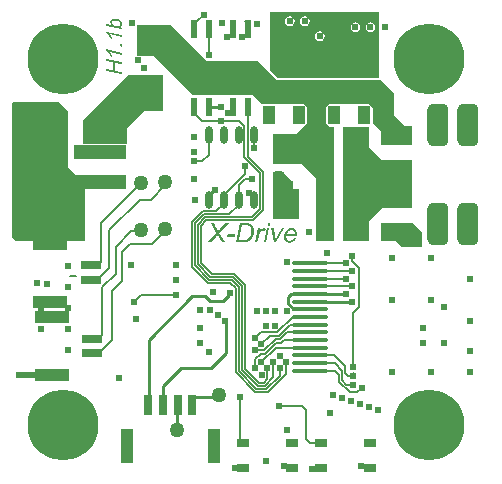
<source format=gtl>
G04*
G04 #@! TF.GenerationSoftware,Altium Limited,Altium Designer,20.0.2 (26)*
G04*
G04 Layer_Physical_Order=1*
G04 Layer_Color=255*
%FSLAX25Y25*%
%MOIN*%
G70*
G01*
G75*
%ADD10C,0.01000*%
%ADD11C,0.00600*%
%ADD15O,0.02362X0.05976*%
%ADD16O,0.02362X0.05976*%
%ADD17R,0.15354X0.07087*%
%ADD18R,0.17717X0.05118*%
%ADD19R,0.11360X0.03920*%
%ADD20R,0.07150X0.03000*%
%ADD21R,0.03920X0.11360*%
%ADD22R,0.03000X0.07150*%
%ADD23O,0.11811X0.01575*%
%ADD24R,0.10000X0.06000*%
%ADD25R,0.06000X0.10000*%
G04:AMPARAMS|DCode=26|XSize=70mil|YSize=140mil|CornerRadius=17.5mil|HoleSize=0mil|Usage=FLASHONLY|Rotation=0.000|XOffset=0mil|YOffset=0mil|HoleType=Round|Shape=RoundedRectangle|*
%AMROUNDEDRECTD26*
21,1,0.07000,0.10500,0,0,0.0*
21,1,0.03500,0.14000,0,0,0.0*
1,1,0.03500,0.01750,-0.05250*
1,1,0.03500,-0.01750,-0.05250*
1,1,0.03500,-0.01750,0.05250*
1,1,0.03500,0.01750,0.05250*
%
%ADD26ROUNDEDRECTD26*%
%ADD27R,0.04134X0.02559*%
%ADD28R,0.08661X0.09843*%
%ADD29R,0.02362X0.05906*%
%ADD47C,0.02400*%
%ADD48C,0.05000*%
%ADD49C,0.23622*%
G36*
X128424Y158124D02*
Y136224D01*
X94624Y136224D01*
X92024Y138824D01*
X92024Y158124D01*
X128424Y158124D01*
D02*
G37*
G36*
X56624Y127218D02*
X52018D01*
X44424Y119624D01*
Y114124D01*
X29924D01*
Y122371D01*
X44676Y137124D01*
X56624Y137124D01*
Y127218D01*
D02*
G37*
G36*
X70947Y142024D02*
X87902D01*
X94402Y135524D01*
X128924D01*
X133324Y131124D01*
Y123898D01*
X136998Y120224D01*
X139324Y120224D01*
Y114024D01*
X129124D01*
Y118624D01*
X127124Y120624D01*
X127124D01*
X126424Y121324D01*
X126424Y126324D01*
X125224Y127524D01*
X111924Y127524D01*
X110824Y126424D01*
X110824Y123224D01*
X110824Y123224D01*
X110824Y121124D01*
X111924Y120024D01*
X113624D01*
X113624Y81824D01*
X107424Y81824D01*
X107424Y102824D01*
X102624Y107624D01*
X93224D01*
Y117624D01*
X100824D01*
X104524Y121324D01*
D01*
X104524Y126324D01*
X103324Y127524D01*
X89224Y127524D01*
X86324Y130424D01*
X66561D01*
X53261Y143724D01*
X47761D01*
Y153724D01*
X59247D01*
X70947Y142024D01*
D02*
G37*
G36*
X99924Y101424D02*
X99924Y98924D01*
X99224Y98224D01*
X93724Y98224D01*
X93024Y98924D01*
X93024Y104424D01*
X93824Y105224D01*
X96124Y105224D01*
X99924Y101424D01*
D02*
G37*
G36*
X125024Y113224D02*
X129424Y108824D01*
X139324Y108824D01*
Y93024D01*
X129624Y93024D01*
X125024Y88424D01*
X125024Y81824D01*
X116324Y81824D01*
X116324Y120024D01*
X118929D01*
X125024Y120024D01*
X125024Y113224D01*
D02*
G37*
G36*
X24724Y125124D02*
Y106412D01*
X27074Y104061D01*
X30224Y100924D01*
X30516Y100631D01*
Y81724D01*
X7324D01*
X6124Y82924D01*
Y127724D01*
X6548Y128148D01*
X21699D01*
X24724Y125124D01*
D02*
G37*
G36*
X142924Y84524D02*
Y80424D01*
X142224Y79724D01*
X136224Y79724D01*
X134224Y81724D01*
Y87752D01*
X139695Y87752D01*
X142924Y84524D01*
D02*
G37*
G36*
X40576Y156000D02*
X40626D01*
X40681Y155994D01*
X40748Y155988D01*
X40887Y155972D01*
X41036Y155944D01*
X41197Y155911D01*
X41353Y155866D01*
X41358D01*
X41369Y155861D01*
X41392Y155850D01*
X41419Y155844D01*
X41453Y155827D01*
X41497Y155811D01*
X41591Y155772D01*
X41697Y155722D01*
X41813Y155666D01*
X41924Y155600D01*
X42035Y155528D01*
X42041D01*
X42046Y155517D01*
X42080Y155494D01*
X42130Y155456D01*
X42196Y155400D01*
X42263Y155339D01*
X42341Y155267D01*
X42413Y155189D01*
X42479Y155112D01*
X42485Y155100D01*
X42507Y155073D01*
X42535Y155034D01*
X42574Y154973D01*
X42613Y154906D01*
X42652Y154834D01*
X42690Y154751D01*
X42724Y154667D01*
X42729Y154656D01*
X42735Y154629D01*
X42751Y154584D01*
X42763Y154529D01*
X42779Y154462D01*
X42796Y154390D01*
X42801Y154312D01*
X42807Y154235D01*
Y154201D01*
X42801Y154174D01*
Y154146D01*
X42796Y154107D01*
X42785Y154024D01*
X42763Y153924D01*
X42729Y153818D01*
X42679Y153707D01*
X42618Y153602D01*
Y153596D01*
X42607Y153591D01*
X42579Y153558D01*
X42535Y153507D01*
X42474Y153446D01*
X42391Y153380D01*
X42285Y153308D01*
X42169Y153241D01*
X42030Y153180D01*
X42724Y153030D01*
Y152475D01*
X37601Y153546D01*
Y154174D01*
X39432Y153791D01*
X39427Y153796D01*
X39421Y153802D01*
X39405Y153818D01*
X39388Y153840D01*
X39338Y153896D01*
X39283Y153968D01*
X39216Y154051D01*
X39155Y154140D01*
X39094Y154235D01*
X39044Y154323D01*
Y154329D01*
X39038Y154334D01*
X39027Y154362D01*
X39005Y154412D01*
X38983Y154473D01*
X38966Y154551D01*
X38944Y154634D01*
X38933Y154723D01*
X38927Y154817D01*
Y154867D01*
X38933Y154901D01*
X38939Y154945D01*
X38950Y154995D01*
X38961Y155056D01*
X38977Y155117D01*
X38994Y155178D01*
X39022Y155250D01*
X39055Y155322D01*
X39088Y155389D01*
X39138Y155461D01*
X39188Y155533D01*
X39249Y155600D01*
X39316Y155666D01*
X39322Y155672D01*
X39333Y155683D01*
X39355Y155700D01*
X39388Y155722D01*
X39427Y155744D01*
X39477Y155772D01*
X39538Y155805D01*
X39604Y155839D01*
X39677Y155866D01*
X39766Y155900D01*
X39854Y155927D01*
X39960Y155955D01*
X40065Y155972D01*
X40187Y155988D01*
X40315Y156000D01*
X40448Y156005D01*
X40454D01*
X40470D01*
X40498D01*
X40531D01*
X40576Y156000D01*
D02*
G37*
G36*
X42724Y150605D02*
Y149978D01*
X38861Y150788D01*
X38866Y150783D01*
X38877Y150766D01*
X38900Y150733D01*
X38927Y150694D01*
X38961Y150638D01*
X39005Y150572D01*
X39050Y150494D01*
X39094Y150405D01*
X39149Y150305D01*
X39199Y150194D01*
X39255Y150072D01*
X39310Y149944D01*
X39366Y149800D01*
X39416Y149650D01*
X39466Y149484D01*
X39516Y149312D01*
X38944Y149428D01*
Y149434D01*
X38933Y149451D01*
X38927Y149473D01*
X38911Y149512D01*
X38894Y149550D01*
X38872Y149600D01*
X38844Y149661D01*
X38816Y149722D01*
X38744Y149861D01*
X38661Y150022D01*
X38567Y150189D01*
X38456Y150361D01*
X38450Y150366D01*
X38445Y150383D01*
X38428Y150405D01*
X38406Y150438D01*
X38378Y150477D01*
X38345Y150516D01*
X38273Y150621D01*
X38189Y150733D01*
X38100Y150844D01*
X38012Y150954D01*
X37923Y151049D01*
X37917Y151054D01*
X37895Y151071D01*
X37867Y151099D01*
X37828Y151132D01*
X37779Y151171D01*
X37723Y151215D01*
X37657Y151265D01*
X37584Y151310D01*
Y151676D01*
X42724Y150605D01*
D02*
G37*
G36*
Y147386D02*
Y146670D01*
X42008Y146825D01*
Y147541D01*
X42724Y147386D01*
D02*
G37*
G36*
Y144639D02*
Y144011D01*
X38861Y144822D01*
X38866Y144816D01*
X38877Y144800D01*
X38900Y144766D01*
X38927Y144727D01*
X38961Y144672D01*
X39005Y144605D01*
X39050Y144528D01*
X39094Y144439D01*
X39149Y144339D01*
X39199Y144228D01*
X39255Y144106D01*
X39310Y143978D01*
X39366Y143834D01*
X39416Y143684D01*
X39466Y143517D01*
X39516Y143345D01*
X38944Y143462D01*
Y143468D01*
X38933Y143484D01*
X38927Y143506D01*
X38911Y143545D01*
X38894Y143584D01*
X38872Y143634D01*
X38844Y143695D01*
X38816Y143756D01*
X38744Y143895D01*
X38661Y144056D01*
X38567Y144222D01*
X38456Y144394D01*
X38450Y144400D01*
X38445Y144417D01*
X38428Y144439D01*
X38406Y144472D01*
X38378Y144511D01*
X38345Y144550D01*
X38273Y144655D01*
X38189Y144766D01*
X38100Y144877D01*
X38012Y144988D01*
X37923Y145083D01*
X37917Y145088D01*
X37895Y145105D01*
X37867Y145133D01*
X37828Y145166D01*
X37779Y145205D01*
X37723Y145249D01*
X37657Y145299D01*
X37584Y145343D01*
Y145710D01*
X42724Y144639D01*
D02*
G37*
G36*
Y141458D02*
Y140781D01*
X40309Y141281D01*
Y138606D01*
X42724Y138101D01*
Y137424D01*
X37601Y138495D01*
Y139172D01*
X39732Y138728D01*
Y141403D01*
X37601Y141852D01*
Y142530D01*
X42724Y141458D01*
D02*
G37*
G36*
X92113Y86934D02*
X91329D01*
X91516Y87829D01*
X92300D01*
X92113Y86934D01*
D02*
G37*
G36*
X75283Y84526D02*
X77046Y81424D01*
X76116D01*
X75075Y83297D01*
X75068Y83311D01*
X75048Y83346D01*
X75020Y83408D01*
X74978Y83492D01*
X74930Y83596D01*
X74867Y83714D01*
X74805Y83853D01*
X74728Y84005D01*
Y83998D01*
X74714Y83991D01*
X74687Y83950D01*
X74631Y83880D01*
X74562Y83797D01*
X74479Y83693D01*
X74381Y83575D01*
X74270Y83450D01*
X74145Y83318D01*
X72362Y81424D01*
X71231D01*
X74277Y84665D01*
X72473Y87829D01*
X73417D01*
X74236Y86372D01*
X74243Y86365D01*
X74250Y86344D01*
X74263Y86316D01*
X74291Y86282D01*
X74312Y86240D01*
X74340Y86185D01*
X74409Y86073D01*
X74471Y85962D01*
X74534Y85851D01*
X74562Y85803D01*
X74583Y85761D01*
X74603Y85726D01*
X74617Y85706D01*
X74624Y85699D01*
X74638Y85671D01*
X74659Y85622D01*
X74687Y85567D01*
X74721Y85491D01*
X74763Y85407D01*
X74805Y85310D01*
X74853Y85206D01*
X74860Y85213D01*
X74867Y85227D01*
X74888Y85248D01*
X74916Y85282D01*
X74950Y85331D01*
X74992Y85379D01*
X75041Y85442D01*
X75103Y85511D01*
X75165Y85588D01*
X75242Y85671D01*
X75325Y85768D01*
X75415Y85865D01*
X75512Y85976D01*
X75624Y86094D01*
X75735Y86212D01*
X75859Y86344D01*
X77254Y87829D01*
X78386D01*
X75283Y84526D01*
D02*
G37*
G36*
X90191Y86164D02*
X90260Y86150D01*
X90343Y86129D01*
X90447Y86094D01*
X90558Y86053D01*
X90683Y85997D01*
X90357Y85261D01*
X90350Y85268D01*
X90323Y85282D01*
X90281Y85310D01*
X90225Y85338D01*
X90163Y85365D01*
X90087Y85393D01*
X90003Y85407D01*
X89913Y85414D01*
X89871D01*
X89844Y85407D01*
X89802Y85400D01*
X89760Y85386D01*
X89649Y85359D01*
X89517Y85303D01*
X89448Y85261D01*
X89372Y85220D01*
X89295Y85164D01*
X89219Y85102D01*
X89136Y85032D01*
X89052Y84949D01*
X89046Y84942D01*
X89032Y84928D01*
X89011Y84901D01*
X88983Y84859D01*
X88941Y84803D01*
X88900Y84741D01*
X88851Y84658D01*
X88803Y84567D01*
X88747Y84456D01*
X88692Y84338D01*
X88636Y84200D01*
X88574Y84047D01*
X88518Y83880D01*
X88463Y83693D01*
X88407Y83492D01*
X88358Y83277D01*
X87970Y81424D01*
X87220D01*
X88192Y86067D01*
X88900D01*
X88699Y85116D01*
X88705Y85123D01*
X88712Y85136D01*
X88733Y85164D01*
X88761Y85206D01*
X88796Y85248D01*
X88830Y85296D01*
X88921Y85414D01*
X89032Y85546D01*
X89150Y85678D01*
X89275Y85803D01*
X89399Y85907D01*
X89406D01*
X89413Y85921D01*
X89434Y85935D01*
X89462Y85948D01*
X89531Y85990D01*
X89615Y86039D01*
X89726Y86087D01*
X89844Y86129D01*
X89969Y86157D01*
X90100Y86171D01*
X90142D01*
X90191Y86164D01*
D02*
G37*
G36*
X80308Y83346D02*
X77893D01*
X78060Y84137D01*
X80468D01*
X80308Y83346D01*
D02*
G37*
G36*
X94223Y81424D02*
X93341D01*
X92585Y86067D01*
X93348D01*
X93751Y83513D01*
Y83506D01*
Y83492D01*
X93758Y83471D01*
X93765Y83429D01*
X93772Y83388D01*
X93779Y83332D01*
X93786Y83263D01*
X93799Y83186D01*
X93806Y83096D01*
X93820Y82992D01*
X93834Y82881D01*
X93848Y82756D01*
X93869Y82624D01*
X93883Y82478D01*
X93897Y82319D01*
X93917Y82145D01*
Y82152D01*
X93931Y82166D01*
X93938Y82194D01*
X93959Y82236D01*
X93980Y82277D01*
X94008Y82333D01*
X94035Y82402D01*
X94070Y82472D01*
X94112Y82555D01*
X94153Y82638D01*
X94257Y82832D01*
X94368Y83048D01*
X94493Y83277D01*
X96048Y86067D01*
X96881D01*
X94223Y81424D01*
D02*
G37*
G36*
X90961D02*
X90177D01*
X91141Y86067D01*
X91933D01*
X90961Y81424D01*
D02*
G37*
G36*
X84354Y87822D02*
X84430D01*
X84514Y87815D01*
X84680Y87801D01*
X84861Y87788D01*
X85027Y87760D01*
X85111Y87746D01*
X85180Y87725D01*
X85187D01*
X85201Y87718D01*
X85229Y87711D01*
X85270Y87697D01*
X85312Y87683D01*
X85367Y87663D01*
X85485Y87614D01*
X85624Y87552D01*
X85777Y87461D01*
X85922Y87364D01*
X86068Y87239D01*
X86075Y87232D01*
X86082Y87226D01*
X86103Y87205D01*
X86131Y87177D01*
X86159Y87142D01*
X86200Y87100D01*
X86277Y87003D01*
X86374Y86879D01*
X86464Y86726D01*
X86554Y86559D01*
X86630Y86372D01*
Y86365D01*
X86637Y86351D01*
X86651Y86323D01*
X86658Y86282D01*
X86679Y86233D01*
X86693Y86177D01*
X86707Y86108D01*
X86728Y86032D01*
X86748Y85948D01*
X86762Y85858D01*
X86797Y85664D01*
X86818Y85442D01*
X86825Y85206D01*
Y85199D01*
Y85171D01*
Y85130D01*
Y85074D01*
X86818Y85005D01*
X86811Y84928D01*
X86804Y84838D01*
X86797Y84741D01*
X86783Y84637D01*
X86769Y84526D01*
X86728Y84290D01*
X86665Y84040D01*
X86589Y83797D01*
Y83790D01*
X86575Y83769D01*
X86568Y83735D01*
X86547Y83693D01*
X86519Y83637D01*
X86492Y83575D01*
X86464Y83499D01*
X86422Y83422D01*
X86332Y83249D01*
X86228Y83061D01*
X86110Y82867D01*
X85971Y82680D01*
X85964Y82673D01*
X85957Y82659D01*
X85936Y82631D01*
X85909Y82603D01*
X85874Y82562D01*
X85832Y82513D01*
X85735Y82409D01*
X85610Y82284D01*
X85478Y82159D01*
X85333Y82034D01*
X85180Y81923D01*
X85173D01*
X85159Y81909D01*
X85138Y81896D01*
X85111Y81882D01*
X85069Y81854D01*
X85020Y81833D01*
X84965Y81805D01*
X84902Y81771D01*
X84764Y81708D01*
X84597Y81639D01*
X84410Y81576D01*
X84208Y81521D01*
X84201D01*
X84188Y81514D01*
X84167D01*
X84132Y81507D01*
X84090Y81500D01*
X84042Y81493D01*
X83979Y81479D01*
X83917Y81472D01*
X83841Y81465D01*
X83764Y81451D01*
X83584Y81437D01*
X83376Y81431D01*
X83153Y81424D01*
X80849D01*
X82182Y87829D01*
X84292D01*
X84354Y87822D01*
D02*
G37*
G36*
X99428Y86164D02*
X99497Y86157D01*
X99581Y86143D01*
X99671Y86129D01*
X99768Y86108D01*
X99872Y86080D01*
X99983Y86046D01*
X100094Y86004D01*
X100205Y85948D01*
X100316Y85893D01*
X100420Y85824D01*
X100524Y85740D01*
X100621Y85650D01*
X100628Y85643D01*
X100642Y85629D01*
X100670Y85595D01*
X100698Y85553D01*
X100739Y85504D01*
X100781Y85442D01*
X100823Y85365D01*
X100871Y85282D01*
X100920Y85185D01*
X100961Y85081D01*
X101003Y84963D01*
X101045Y84838D01*
X101073Y84706D01*
X101100Y84561D01*
X101114Y84408D01*
X101121Y84241D01*
Y84234D01*
Y84227D01*
Y84207D01*
Y84186D01*
Y84116D01*
X101114Y84026D01*
X101107Y83922D01*
X101093Y83804D01*
X101079Y83679D01*
X101059Y83547D01*
X97637Y83547D01*
Y83540D01*
Y83526D01*
X97630Y83499D01*
Y83464D01*
X97623Y83381D01*
X97616Y83297D01*
Y83290D01*
Y83270D01*
Y83235D01*
X97623Y83193D01*
Y83138D01*
X97630Y83075D01*
X97651Y82930D01*
X97693Y82770D01*
X97741Y82603D01*
X97818Y82444D01*
X97859Y82374D01*
X97915Y82305D01*
X97922Y82298D01*
X97929Y82291D01*
X97970Y82249D01*
X98033Y82201D01*
X98116Y82138D01*
X98227Y82076D01*
X98352Y82020D01*
X98491Y81979D01*
X98567Y81972D01*
X98650Y81965D01*
X98692D01*
X98720Y81972D01*
X98755D01*
X98796Y81979D01*
X98900Y82000D01*
X99025Y82027D01*
X99157Y82076D01*
X99303Y82138D01*
X99449Y82222D01*
X99455D01*
X99469Y82236D01*
X99490Y82249D01*
X99511Y82270D01*
X99587Y82333D01*
X99678Y82416D01*
X99775Y82527D01*
X99879Y82652D01*
X99976Y82812D01*
X100066Y82985D01*
X100837Y82916D01*
Y82909D01*
X100830Y82888D01*
X100816Y82860D01*
X100802Y82819D01*
X100781Y82770D01*
X100753Y82708D01*
X100719Y82638D01*
X100677Y82562D01*
X100628Y82486D01*
X100573Y82395D01*
X100510Y82305D01*
X100441Y82215D01*
X100365Y82118D01*
X100275Y82020D01*
X100177Y81923D01*
X100066Y81826D01*
X100059Y81819D01*
X100039Y81805D01*
X100004Y81778D01*
X99962Y81750D01*
X99900Y81708D01*
X99837Y81666D01*
X99754Y81618D01*
X99664Y81576D01*
X99567Y81528D01*
X99455Y81479D01*
X99338Y81437D01*
X99213Y81396D01*
X99081Y81368D01*
X98942Y81340D01*
X98796Y81327D01*
X98644Y81319D01*
X98595D01*
X98553Y81327D01*
X98512D01*
X98456Y81333D01*
X98331Y81347D01*
X98185Y81375D01*
X98026Y81417D01*
X97859Y81479D01*
X97693Y81555D01*
X97686D01*
X97672Y81569D01*
X97651Y81583D01*
X97623Y81597D01*
X97547Y81653D01*
X97450Y81729D01*
X97346Y81826D01*
X97235Y81944D01*
X97131Y82083D01*
X97040Y82243D01*
Y82249D01*
X97034Y82263D01*
X97020Y82291D01*
X97006Y82326D01*
X96992Y82367D01*
X96971Y82416D01*
X96950Y82478D01*
X96929Y82548D01*
X96888Y82701D01*
X96853Y82874D01*
X96825Y83068D01*
X96818Y83284D01*
Y83290D01*
Y83318D01*
Y83360D01*
X96825Y83415D01*
X96832Y83478D01*
X96839Y83561D01*
X96846Y83651D01*
X96860Y83749D01*
X96881Y83860D01*
X96902Y83978D01*
X96964Y84220D01*
X97006Y84352D01*
X97054Y84484D01*
X97103Y84623D01*
X97165Y84755D01*
X97172Y84762D01*
X97179Y84790D01*
X97200Y84824D01*
X97228Y84873D01*
X97263Y84928D01*
X97304Y84998D01*
X97360Y85074D01*
X97415Y85157D01*
X97547Y85331D01*
X97700Y85504D01*
X97880Y85671D01*
X97977Y85747D01*
X98081Y85817D01*
X98088Y85824D01*
X98109Y85830D01*
X98137Y85851D01*
X98179Y85872D01*
X98234Y85900D01*
X98297Y85928D01*
X98366Y85962D01*
X98442Y85997D01*
X98532Y86025D01*
X98623Y86059D01*
X98831Y86115D01*
X99053Y86157D01*
X99171Y86164D01*
X99289Y86171D01*
X99372D01*
X99428Y86164D01*
D02*
G37*
%LPC*%
G36*
X103724Y156755D02*
X103099Y156631D01*
X102570Y156277D01*
X102216Y155748D01*
X102092Y155124D01*
X102216Y154499D01*
X102570Y153970D01*
X103099Y153616D01*
X103724Y153492D01*
X104348Y153616D01*
X104877Y153970D01*
X105231Y154499D01*
X105355Y155124D01*
X105231Y155748D01*
X104877Y156277D01*
X104348Y156631D01*
X103724Y156755D01*
D02*
G37*
G36*
X98724D02*
X98099Y156631D01*
X97570Y156277D01*
X97216Y155748D01*
X97092Y155124D01*
X97216Y154499D01*
X97570Y153970D01*
X98099Y153616D01*
X98724Y153492D01*
X99348Y153616D01*
X99877Y153970D01*
X100231Y154499D01*
X100355Y155124D01*
X100231Y155748D01*
X99877Y156277D01*
X99348Y156631D01*
X98724Y156755D01*
D02*
G37*
G36*
X125624Y154755D02*
X124999Y154631D01*
X124470Y154277D01*
X124117Y153748D01*
X123992Y153124D01*
X124117Y152499D01*
X124470Y151970D01*
X124999Y151617D01*
X125624Y151492D01*
X126248Y151617D01*
X126777Y151970D01*
X127131Y152499D01*
X127255Y153124D01*
X127131Y153748D01*
X126777Y154277D01*
X126248Y154631D01*
X125624Y154755D01*
D02*
G37*
G36*
X120624D02*
X119999Y154631D01*
X119470Y154277D01*
X119116Y153748D01*
X118992Y153124D01*
X119116Y152499D01*
X119470Y151970D01*
X119999Y151617D01*
X120624Y151492D01*
X121248Y151617D01*
X121777Y151970D01*
X122131Y152499D01*
X122255Y153124D01*
X122131Y153748D01*
X121777Y154277D01*
X121248Y154631D01*
X120624Y154755D01*
D02*
G37*
G36*
X108724Y151755D02*
X108099Y151631D01*
X107570Y151277D01*
X107217Y150748D01*
X107092Y150124D01*
X107217Y149499D01*
X107570Y148970D01*
X108099Y148617D01*
X108724Y148492D01*
X109348Y148617D01*
X109877Y148970D01*
X110231Y149499D01*
X110355Y150124D01*
X110231Y150748D01*
X109877Y151277D01*
X109348Y151631D01*
X108724Y151755D01*
D02*
G37*
G36*
X40426Y155378D02*
X40420D01*
X40404D01*
X40382D01*
X40348Y155372D01*
X40309D01*
X40265Y155367D01*
X40159Y155350D01*
X40043Y155322D01*
X39921Y155283D01*
X39804Y155228D01*
X39699Y155156D01*
X39693D01*
X39688Y155145D01*
X39660Y155117D01*
X39616Y155073D01*
X39566Y155006D01*
X39521Y154928D01*
X39477Y154840D01*
X39449Y154734D01*
X39438Y154679D01*
Y154584D01*
X39444Y154562D01*
X39449Y154501D01*
X39471Y154418D01*
X39505Y154323D01*
X39549Y154224D01*
X39616Y154118D01*
X39660Y154062D01*
X39704Y154013D01*
X39710Y154007D01*
X39715Y154001D01*
X39732Y153985D01*
X39754Y153968D01*
X39782Y153940D01*
X39815Y153913D01*
X39860Y153885D01*
X39904Y153852D01*
X39960Y153813D01*
X40021Y153779D01*
X40087Y153741D01*
X40159Y153702D01*
X40243Y153663D01*
X40326Y153624D01*
X40420Y153585D01*
X40520Y153552D01*
X40526D01*
X40537Y153546D01*
X40559Y153541D01*
X40587Y153530D01*
X40626Y153519D01*
X40665Y153502D01*
X40759Y153480D01*
X40870Y153452D01*
X40981Y153424D01*
X41098Y153408D01*
X41208Y153402D01*
X41325Y153396D01*
X41331D01*
X41347D01*
X41369D01*
X41403Y153402D01*
X41442D01*
X41486Y153408D01*
X41591Y153424D01*
X41708Y153452D01*
X41830Y153491D01*
X41947Y153546D01*
X42046Y153619D01*
X42058Y153630D01*
X42085Y153657D01*
X42124Y153707D01*
X42169Y153768D01*
X42213Y153852D01*
X42252Y153946D01*
X42280Y154051D01*
X42285Y154107D01*
X42291Y154168D01*
Y154201D01*
X42285Y154224D01*
X42280Y154285D01*
X42263Y154362D01*
X42235Y154451D01*
X42196Y154551D01*
X42141Y154656D01*
X42063Y154756D01*
X42058Y154762D01*
X42052Y154767D01*
X42041Y154784D01*
X42019Y154801D01*
X41997Y154823D01*
X41963Y154851D01*
X41924Y154884D01*
X41886Y154912D01*
X41836Y154950D01*
X41786Y154984D01*
X41725Y155023D01*
X41658Y155056D01*
X41586Y155095D01*
X41508Y155134D01*
X41425Y155167D01*
X41336Y155200D01*
X41331D01*
X41314Y155206D01*
X41286Y155217D01*
X41253Y155228D01*
X41208Y155239D01*
X41159Y155256D01*
X41098Y155272D01*
X41036Y155289D01*
X40898Y155322D01*
X40742Y155350D01*
X40587Y155372D01*
X40426Y155378D01*
D02*
G37*
G36*
X84139Y87107D02*
X82883D01*
X81849Y82145D01*
X82980D01*
X83035Y82152D01*
X83105D01*
X83188Y82159D01*
X83271D01*
X83466Y82173D01*
X83667Y82201D01*
X83875Y82229D01*
X84083Y82270D01*
X84090D01*
X84097Y82277D01*
X84139Y82284D01*
X84201Y82305D01*
X84278Y82326D01*
X84368Y82361D01*
X84465Y82402D01*
X84562Y82444D01*
X84659Y82499D01*
X84666D01*
X84673Y82506D01*
X84708Y82534D01*
X84771Y82576D01*
X84847Y82638D01*
X84930Y82714D01*
X85027Y82798D01*
X85124Y82902D01*
X85222Y83020D01*
X85229Y83027D01*
X85236Y83041D01*
X85256Y83061D01*
X85277Y83096D01*
X85305Y83138D01*
X85340Y83186D01*
X85374Y83242D01*
X85416Y83304D01*
X85499Y83450D01*
X85589Y83617D01*
X85673Y83797D01*
X85756Y83998D01*
Y84005D01*
X85763Y84026D01*
X85777Y84054D01*
X85791Y84096D01*
X85805Y84144D01*
X85818Y84207D01*
X85839Y84283D01*
X85860Y84359D01*
X85874Y84449D01*
X85895Y84547D01*
X85909Y84651D01*
X85930Y84755D01*
X85950Y84991D01*
X85957Y85248D01*
Y85255D01*
Y85282D01*
Y85324D01*
X85950Y85379D01*
Y85442D01*
X85943Y85518D01*
X85936Y85602D01*
X85922Y85692D01*
X85888Y85886D01*
X85839Y86087D01*
X85770Y86275D01*
X85728Y86365D01*
X85680Y86448D01*
Y86455D01*
X85666Y86469D01*
X85652Y86490D01*
X85631Y86518D01*
X85575Y86587D01*
X85492Y86677D01*
X85395Y86767D01*
X85277Y86858D01*
X85145Y86941D01*
X84993Y87003D01*
X84979Y87010D01*
X84958D01*
X84937Y87017D01*
X84902Y87031D01*
X84861Y87038D01*
X84812Y87045D01*
X84757Y87059D01*
X84687Y87066D01*
X84618Y87073D01*
X84541Y87087D01*
X84451Y87094D01*
X84354Y87100D01*
X84250D01*
X84139Y87107D01*
D02*
G37*
G36*
X99393Y85560D02*
X99261D01*
X99226Y85553D01*
X99178Y85546D01*
X99129Y85539D01*
X99004Y85518D01*
X98859Y85477D01*
X98706Y85414D01*
X98623Y85373D01*
X98540Y85324D01*
X98463Y85268D01*
X98380Y85206D01*
X98373Y85199D01*
X98359Y85192D01*
X98338Y85171D01*
X98310Y85136D01*
X98276Y85102D01*
X98241Y85060D01*
X98193Y85005D01*
X98144Y84942D01*
X98095Y84873D01*
X98047Y84797D01*
X97998Y84706D01*
X97943Y84609D01*
X97894Y84512D01*
X97846Y84401D01*
X97804Y84276D01*
X97762Y84151D01*
X100372Y84151D01*
Y84158D01*
Y84172D01*
X100379Y84220D01*
Y84276D01*
Y84325D01*
Y84332D01*
Y84352D01*
Y84380D01*
X100372Y84422D01*
Y84470D01*
X100365Y84533D01*
X100344Y84665D01*
X100309Y84810D01*
X100254Y84963D01*
X100177Y85109D01*
X100136Y85178D01*
X100080Y85241D01*
Y85248D01*
X100066Y85255D01*
X100025Y85289D01*
X99962Y85345D01*
X99872Y85400D01*
X99761Y85456D01*
X99629Y85511D01*
X99476Y85546D01*
X99393Y85560D01*
D02*
G37*
%LPD*%
D10*
X105424Y64077D02*
X108314D01*
X105424Y59123D02*
X108370D01*
X66284Y29733D02*
X73956D01*
X61105Y20005D02*
Y26577D01*
X51692Y27055D02*
Y49036D01*
X66219Y63563D01*
X70377D01*
X72148Y61792D01*
X76554D01*
X78620Y63858D01*
Y64271D01*
X56624Y28324D02*
Y33479D01*
X62614Y39470D01*
X72353D01*
X77355Y44472D01*
Y55424D01*
X98024Y61192D02*
X99859Y59357D01*
X98024Y63224D02*
X98987Y64187D01*
X98024Y61192D02*
Y63224D01*
X99863Y59357D02*
X100150Y59069D01*
X105424D01*
X99859Y59357D02*
X99863D01*
X98987Y64187D02*
X105424D01*
X90692Y8424D02*
Y8424D01*
X71724Y126394D02*
X75724D01*
X108424Y61628D02*
X119424D01*
X71724Y97190D02*
X73470Y98936D01*
X71724Y95636D02*
Y97190D01*
X73470Y98936D02*
X73723D01*
X108370Y59123D02*
X108424Y59069D01*
X108314Y64077D02*
X108424Y64187D01*
X117424D01*
X66724Y152453D02*
Y153951D01*
D11*
X57024Y85188D02*
Y85724D01*
X52759Y80924D02*
X57024Y85188D01*
X42724Y78136D02*
X45511Y80924D01*
X52759D01*
X42724Y68539D02*
Y78136D01*
X39424Y65239D02*
X42724Y68539D01*
X39424Y48819D02*
Y65239D01*
X32970Y44440D02*
X35045D01*
X39424Y48819D01*
X48851Y85113D02*
X49287Y85548D01*
X45887Y85113D02*
X48851D01*
X40669Y79895D02*
X45887Y85113D01*
X32970Y49360D02*
X35045D01*
X36245Y50560D01*
Y66493D01*
X40669Y70916D01*
Y79895D01*
X48742Y95674D02*
X52385D01*
X57124Y100413D02*
Y101604D01*
X52385Y95674D02*
X57124Y100413D01*
X38524Y85455D02*
X48742Y95674D01*
X32491Y68804D02*
X34566D01*
X38524Y72761D01*
Y85455D01*
X32491Y73724D02*
X34566D01*
X35766Y74924D01*
Y87783D01*
X49297Y101313D01*
X94024Y47824D02*
X95755D01*
X96765Y48833D02*
X108424D01*
X95755Y47824D02*
X96765Y48833D01*
X97692Y51392D02*
X108424D01*
X94017Y49288D02*
X95588D01*
X97692Y51392D01*
X95124Y50324D02*
X98751Y53951D01*
X92163Y50324D02*
X95124D01*
X98751Y53951D02*
X108424D01*
X89263Y51392D02*
X94624D01*
X99742Y56510D02*
X108424D01*
X94624Y51392D02*
X99742Y56510D01*
X87160Y31644D02*
X91352D01*
X97325Y37617D02*
Y41579D01*
X91352Y31644D02*
X97325Y37617D01*
X95323Y37029D02*
Y39622D01*
X90938Y32644D02*
X95323Y37029D01*
X87574Y32644D02*
X90938D01*
X87988Y33644D02*
X90524D01*
X88403Y34644D02*
X90109D01*
X91279Y35813D02*
Y39565D01*
X90109Y34644D02*
X91279Y35813D01*
X93278Y36399D02*
Y41534D01*
X90524Y33644D02*
X93278Y36399D01*
X90524Y44324D02*
X94024Y47824D01*
X94019Y46274D02*
X108424D01*
X89279Y41534D02*
X94019Y46274D01*
X89124Y44324D02*
X90524D01*
X87279Y45471D02*
X90200D01*
X94017Y49288D01*
X89279Y47439D02*
X92163Y50324D01*
X87279Y49408D02*
X89263Y51392D01*
X25356Y70306D02*
X27356D01*
X119724Y39924D02*
Y57924D01*
X121692Y59892D01*
X117124Y37832D02*
Y40224D01*
X119685Y36963D02*
X119724Y36924D01*
X117993Y36963D02*
X119685D01*
X117124Y37832D02*
X117993Y36963D01*
X119879Y37768D02*
X120224Y37424D01*
X113648Y41156D02*
X116124Y38680D01*
Y35438D02*
Y38680D01*
X113632Y43715D02*
X117124Y40224D01*
X108424Y43715D02*
X113632D01*
X115124Y35024D02*
Y37121D01*
Y35024D02*
X118762Y31386D01*
X121186D01*
X119709Y33938D02*
X119724Y33924D01*
X117624Y33938D02*
X119709D01*
X116124Y35438D02*
X117624Y33938D01*
X113648Y38597D02*
X115124Y37121D01*
X108424Y38597D02*
X113648D01*
X108424Y41156D02*
X113648D01*
X121186Y31386D02*
X122724Y32924D01*
X119424Y75124D02*
Y76983D01*
X83605Y109728D02*
Y120156D01*
X75924Y121994D02*
X81767D01*
X83605Y120156D01*
X70924Y88824D02*
X86624D01*
X68024Y74134D02*
Y87338D01*
X66024Y88166D02*
X69681Y91824D01*
X68024Y87338D02*
X70509Y89824D01*
X67024Y87752D02*
X70095Y90824D01*
X69024Y86924D02*
X70924Y88824D01*
X69024Y74548D02*
Y86924D01*
X70095Y90824D02*
X78524D01*
X69681Y91824D02*
X74241D01*
X67024Y73720D02*
Y87752D01*
X70509Y89824D02*
X86187D01*
X66024Y73305D02*
Y88166D01*
X69024Y74548D02*
X72648Y70924D01*
X67024Y73720D02*
X71820Y68924D01*
X66024Y73305D02*
X71406Y67924D01*
X68024Y74134D02*
X72234Y69924D01*
X86724Y117211D02*
X86724Y117211D01*
Y112724D02*
Y117211D01*
X86724Y112724D02*
X86724Y112724D01*
X84724Y110024D02*
X89924Y104824D01*
X84724Y110024D02*
Y126394D01*
X89924Y92124D02*
Y104824D01*
X88924Y92560D02*
Y104409D01*
X83605Y109728D02*
X88924Y104409D01*
X83692Y104302D02*
Y106924D01*
X86624Y88824D02*
X89924Y92124D01*
X81724Y94024D02*
Y100424D01*
X83724Y102424D02*
X86015D01*
X81724Y100424D02*
X83724Y102424D01*
X76724Y97334D02*
X83692Y104302D01*
X76724Y94306D02*
Y97334D01*
X86187Y89824D02*
X88924Y92560D01*
X78524Y90824D02*
X81724Y94024D01*
X74241Y91824D02*
X76724Y94306D01*
X71406Y67924D02*
X78924D01*
X72234Y69924D02*
X79752D01*
X71820Y68924D02*
X79338D01*
X72648Y70924D02*
X80166D01*
X83724Y39323D02*
X88403Y34644D01*
X82724Y38909D02*
X87988Y33644D01*
X80724Y38080D02*
Y66124D01*
Y38080D02*
X87160Y31644D01*
X81724Y38495D02*
Y66538D01*
X82724Y38909D02*
Y66952D01*
X81724Y38495D02*
X87574Y32644D01*
X83724Y39323D02*
Y67366D01*
X121692Y59892D02*
Y72855D01*
X46724Y61424D02*
X49224Y63924D01*
X60641D01*
X86015Y102424D02*
X86104Y102512D01*
X95224Y26924D02*
X102700D01*
X71724Y143924D02*
Y152453D01*
X119424Y75124D02*
X121692Y72855D01*
X80166Y70924D02*
X83724Y67366D01*
X78924Y67924D02*
X80724Y66124D01*
X79338Y68924D02*
X81724Y66538D01*
X79752Y69924D02*
X82724Y66952D01*
X66724Y108424D02*
X69624D01*
X71724Y110524D02*
Y117211D01*
X69624Y108424D02*
X71724Y110524D01*
X105491Y14656D02*
X109055D01*
X104224Y15924D02*
Y25400D01*
Y15924D02*
X105491Y14656D01*
X102700Y26924D02*
X104224Y25400D01*
X82279Y15432D02*
Y29924D01*
Y15432D02*
X83055Y14656D01*
X69352Y121994D02*
X75924D01*
X66724Y153951D02*
Y154225D01*
X67605Y155106D01*
X67879D02*
X70124Y157351D01*
X67605Y155106D02*
X67879D01*
X87279Y39565D02*
Y42479D01*
X89124Y44324D01*
X108424Y74424D02*
X117424D01*
X108424Y69305D02*
X117424D01*
X108424Y71865D02*
X119424D01*
X108424Y66746D02*
X119424D01*
X66724Y124622D02*
X69352Y121994D01*
X66724Y124622D02*
Y126394D01*
X83842Y155106D02*
X83842D01*
X84724Y152453D02*
Y154225D01*
X83842Y155106D02*
X84724Y154225D01*
D15*
X71723Y95636D02*
D03*
X76723D02*
D03*
X81723D02*
D03*
X86723D02*
D03*
D16*
X71724Y117211D02*
D03*
X76724D02*
D03*
X81724D02*
D03*
X86724D02*
D03*
D17*
X14525Y89006D02*
D03*
Y124202D02*
D03*
D18*
X35391Y101604D02*
D03*
Y111604D02*
D03*
D19*
X18851Y80934D02*
D03*
X18851Y61684D02*
D03*
X19330Y37320D02*
D03*
X19330Y56570D02*
D03*
D20*
X32491Y68804D02*
D03*
Y73724D02*
D03*
X32970Y49360D02*
D03*
Y44440D02*
D03*
D21*
X73484Y13530D02*
D03*
X44314D02*
D03*
D22*
X61364Y27170D02*
D03*
X66284D02*
D03*
X56444D02*
D03*
X51524D02*
D03*
D23*
X105424Y74424D02*
D03*
Y71865D02*
D03*
Y69305D02*
D03*
Y66746D02*
D03*
Y64187D02*
D03*
Y61628D02*
D03*
Y59069D02*
D03*
Y56510D02*
D03*
Y53951D02*
D03*
Y51392D02*
D03*
Y48833D02*
D03*
Y46274D02*
D03*
Y43715D02*
D03*
Y41156D02*
D03*
Y38597D02*
D03*
D24*
X134224Y84715D02*
D03*
Y96132D02*
D03*
Y117132D02*
D03*
Y105715D02*
D03*
D25*
X110515Y86924D02*
D03*
X121932D02*
D03*
X110515Y114924D02*
D03*
X121932D02*
D03*
X110515Y100924D02*
D03*
X121932D02*
D03*
D26*
X158224Y87424D02*
D03*
X148224Y120424D02*
D03*
X158224D02*
D03*
X148224Y87424D02*
D03*
D27*
X99393Y14656D02*
D03*
X83055Y14656D02*
D03*
X99392Y6191D02*
D03*
X83054Y6191D02*
D03*
X125393Y14656D02*
D03*
X109055Y14656D02*
D03*
X125392Y6191D02*
D03*
X109054Y6191D02*
D03*
D28*
X97624Y94172D02*
D03*
Y112676D02*
D03*
X52224Y148676D02*
D03*
Y130172D02*
D03*
D29*
X71724Y126394D02*
D03*
X66724D02*
D03*
Y152453D02*
D03*
X71724D02*
D03*
X79724Y152453D02*
D03*
X84724D02*
D03*
Y126394D02*
D03*
X79724D02*
D03*
D47*
X15417Y84724D02*
D03*
X14424Y67824D02*
D03*
X15724Y59424D02*
D03*
X97724Y58424D02*
D03*
X95323Y43547D02*
D03*
X93724Y53424D02*
D03*
X97325Y41579D02*
D03*
X95323Y39622D02*
D03*
X93278Y41534D02*
D03*
X89279Y47439D02*
D03*
X87279Y49408D02*
D03*
X91279Y39565D02*
D03*
X138724Y80924D02*
D03*
Y82424D02*
D03*
X46224Y154455D02*
D03*
X94224Y100924D02*
D03*
X95724Y99424D02*
D03*
X94224Y102424D02*
D03*
X95724D02*
D03*
X97224Y99424D02*
D03*
Y100924D02*
D03*
X94224Y103924D02*
D03*
X95724D02*
D03*
X98724Y99424D02*
D03*
Y100924D02*
D03*
X146724Y81924D02*
D03*
Y83424D02*
D03*
X148224D02*
D03*
X149724D02*
D03*
X148224Y81924D02*
D03*
X149724D02*
D03*
X159724D02*
D03*
X158224D02*
D03*
X159724Y83424D02*
D03*
X158224D02*
D03*
X156724D02*
D03*
Y81924D02*
D03*
X119724Y39924D02*
D03*
Y33924D02*
D03*
X122724Y32924D02*
D03*
X119224Y28424D02*
D03*
X119724Y36924D02*
D03*
X119424Y76983D02*
D03*
X156724Y125924D02*
D03*
Y124424D02*
D03*
X158224D02*
D03*
X159724D02*
D03*
X158224Y125924D02*
D03*
X159724D02*
D03*
X149724D02*
D03*
X148224D02*
D03*
X149724Y124424D02*
D03*
X148224D02*
D03*
X146724D02*
D03*
Y125924D02*
D03*
X141724Y82424D02*
D03*
Y80924D02*
D03*
X140224D02*
D03*
Y82424D02*
D03*
X127824Y108624D02*
D03*
Y107124D02*
D03*
X126324D02*
D03*
Y108624D02*
D03*
X121824Y107124D02*
D03*
Y108624D02*
D03*
X123324D02*
D03*
Y107124D02*
D03*
X24696Y66419D02*
D03*
X17824Y67616D02*
D03*
X94224Y99424D02*
D03*
X95724Y100924D02*
D03*
X117590Y110424D02*
D03*
X119090D02*
D03*
Y108924D02*
D03*
X145755Y76324D02*
D03*
X124824Y108624D02*
D03*
Y107124D02*
D03*
X83692Y106924D02*
D03*
X86724Y112724D02*
D03*
X105724Y123824D02*
D03*
X102724Y125824D02*
D03*
X105724Y121824D02*
D03*
X102724D02*
D03*
X105724Y125824D02*
D03*
X102724Y123824D02*
D03*
X148224Y92924D02*
D03*
Y91424D02*
D03*
X149724Y92924D02*
D03*
Y91424D02*
D03*
X146724D02*
D03*
Y92924D02*
D03*
X127624Y125824D02*
D03*
X129624D02*
D03*
Y123824D02*
D03*
Y121824D02*
D03*
X127624D02*
D03*
Y123824D02*
D03*
X107724Y125824D02*
D03*
Y123824D02*
D03*
Y121824D02*
D03*
X159724Y92924D02*
D03*
X158224D02*
D03*
X156724D02*
D03*
Y91424D02*
D03*
X158224D02*
D03*
X159724D02*
D03*
X156724Y114924D02*
D03*
X158224D02*
D03*
X159724D02*
D03*
Y116424D02*
D03*
X158224D02*
D03*
X156724D02*
D03*
X90724Y123824D02*
D03*
Y121824D02*
D03*
X92724D02*
D03*
Y123824D02*
D03*
Y125824D02*
D03*
X90724D02*
D03*
X122624Y123824D02*
D03*
Y121824D02*
D03*
X124624D02*
D03*
Y123824D02*
D03*
Y125824D02*
D03*
X122624D02*
D03*
X112624Y123824D02*
D03*
Y121824D02*
D03*
X114624D02*
D03*
Y123824D02*
D03*
Y125824D02*
D03*
X112624D02*
D03*
X108724Y150124D02*
D03*
X103724Y155124D02*
D03*
X98724D02*
D03*
X87724Y154290D02*
D03*
X88224Y131424D02*
D03*
X82924Y149953D02*
D03*
X100724Y123824D02*
D03*
Y121824D02*
D03*
Y125824D02*
D03*
X77996Y124424D02*
D03*
X146724Y116424D02*
D03*
X148224D02*
D03*
X149724D02*
D03*
Y114924D02*
D03*
X148224D02*
D03*
X146724D02*
D03*
X73224Y64955D02*
D03*
X105192Y84924D02*
D03*
X24692Y73424D02*
D03*
X23692Y99924D02*
D03*
Y101924D02*
D03*
Y113924D02*
D03*
Y111924D02*
D03*
Y103924D02*
D03*
Y105924D02*
D03*
X46724Y61424D02*
D03*
X60641Y63924D02*
D03*
X45806Y73924D02*
D03*
X86104Y102512D02*
D03*
X60641Y73924D02*
D03*
X90692Y8424D02*
D03*
X26912Y83224D02*
D03*
X47324Y56024D02*
D03*
X24692Y59424D02*
D03*
Y52424D02*
D03*
X74822Y57238D02*
D03*
X68641Y58924D02*
D03*
X95224Y26924D02*
D03*
X75724Y126394D02*
D03*
X120624Y153124D02*
D03*
X71724Y143924D02*
D03*
X143255Y47824D02*
D03*
Y52824D02*
D03*
X158755Y45324D02*
D03*
Y55324D02*
D03*
Y38324D02*
D03*
X145755D02*
D03*
X78724Y64424D02*
D03*
X90724Y58424D02*
D03*
X87724D02*
D03*
X93724D02*
D03*
X67224Y95424D02*
D03*
X68641Y52924D02*
D03*
X122224Y27424D02*
D03*
X113224Y30424D02*
D03*
X116224Y29424D02*
D03*
X119424Y61628D02*
D03*
X130624Y153124D02*
D03*
X112192Y24424D02*
D03*
X128224Y25424D02*
D03*
X125224Y26424D02*
D03*
X125624Y153124D02*
D03*
X41806Y36124D02*
D03*
X97724Y18924D02*
D03*
X60641Y68924D02*
D03*
X66724Y102424D02*
D03*
X23692Y107924D02*
D03*
Y109924D02*
D03*
X22192Y107924D02*
D03*
Y109924D02*
D03*
X16192D02*
D03*
Y107924D02*
D03*
X14692Y109924D02*
D03*
Y107924D02*
D03*
X13192Y109924D02*
D03*
Y107924D02*
D03*
X11692Y109924D02*
D03*
Y107924D02*
D03*
X8692Y109924D02*
D03*
X10192Y107924D02*
D03*
X8692D02*
D03*
X10192Y109924D02*
D03*
X10692Y104424D02*
D03*
X158755Y69324D02*
D03*
X117424Y64187D02*
D03*
X150192Y59824D02*
D03*
X150192Y47824D02*
D03*
X89365Y37224D02*
D03*
X80355Y6191D02*
D03*
X82279Y29924D02*
D03*
X68641Y47924D02*
D03*
X77279Y55313D02*
D03*
X111255Y77924D02*
D03*
X72224Y58892D02*
D03*
X97641Y74924D02*
D03*
X77924Y149953D02*
D03*
X50224Y139569D02*
D03*
X24692Y45424D02*
D03*
X70124Y157351D02*
D03*
X122624Y6924D02*
D03*
X106282Y5924D02*
D03*
X96655Y6924D02*
D03*
X90724Y53424D02*
D03*
X71643Y44932D02*
D03*
X15724Y52424D02*
D03*
X18501Y37329D02*
D03*
X16501D02*
D03*
X14502D02*
D03*
X12502D02*
D03*
X10502D02*
D03*
X8501D02*
D03*
X48024Y142069D02*
D03*
X76224Y154455D02*
D03*
X93224Y143424D02*
D03*
X95224Y145424D02*
D03*
X93224Y141424D02*
D03*
Y139424D02*
D03*
X95224Y141424D02*
D03*
X97224Y137424D02*
D03*
X95224D02*
D03*
X99224D02*
D03*
X103224D02*
D03*
X101224D02*
D03*
X105224D02*
D03*
Y139424D02*
D03*
X97224D02*
D03*
Y141424D02*
D03*
X101224Y139424D02*
D03*
X99224Y141424D02*
D03*
X97224Y143424D02*
D03*
X99224Y145424D02*
D03*
X97224D02*
D03*
X101224Y141424D02*
D03*
Y143424D02*
D03*
X105224Y141424D02*
D03*
X103224D02*
D03*
Y145424D02*
D03*
X101224D02*
D03*
X105224Y143424D02*
D03*
Y145424D02*
D03*
X115124Y143424D02*
D03*
X117124Y145424D02*
D03*
X115124Y141424D02*
D03*
X117124Y137424D02*
D03*
X121124D02*
D03*
X119124D02*
D03*
X115124Y139424D02*
D03*
X117124Y141424D02*
D03*
X119124Y139424D02*
D03*
Y141424D02*
D03*
X123124Y137424D02*
D03*
Y139424D02*
D03*
X127124Y137424D02*
D03*
X125124D02*
D03*
Y141424D02*
D03*
X121124D02*
D03*
X127124Y139424D02*
D03*
Y141424D02*
D03*
X123124D02*
D03*
X119124Y143424D02*
D03*
X127124D02*
D03*
X123124D02*
D03*
X121124Y145424D02*
D03*
X119124D02*
D03*
X127124D02*
D03*
X123124D02*
D03*
X125124D02*
D03*
X115124D02*
D03*
X93224D02*
D03*
X73723Y98936D02*
D03*
X87279Y39565D02*
D03*
Y45471D02*
D03*
X117424Y69305D02*
D03*
X119424Y66746D02*
D03*
X89279Y41534D02*
D03*
X117424Y74424D02*
D03*
X119424Y71865D02*
D03*
X28412Y83224D02*
D03*
X26912Y84724D02*
D03*
X28412D02*
D03*
X20502Y37329D02*
D03*
X85092Y97824D02*
D03*
X75924Y121994D02*
D03*
X66724Y111424D02*
D03*
Y108424D02*
D03*
X19255Y83924D02*
D03*
X10692Y113424D02*
D03*
X132755Y76324D02*
D03*
X145755Y62324D02*
D03*
X132755D02*
D03*
X132755Y38324D02*
D03*
X66724Y116424D02*
D03*
X12502Y125518D02*
D03*
X14502D02*
D03*
X10502D02*
D03*
X8501D02*
D03*
X16501D02*
D03*
X18501D02*
D03*
X20502D02*
D03*
D48*
X57024Y85724D02*
D03*
X49287Y85548D02*
D03*
X57124Y101604D02*
D03*
X49297Y101313D02*
D03*
X61105Y18924D02*
D03*
X75224Y30548D02*
D03*
D49*
X145247Y142447D02*
D03*
Y20400D02*
D03*
X23200D02*
D03*
Y142447D02*
D03*
M02*

</source>
